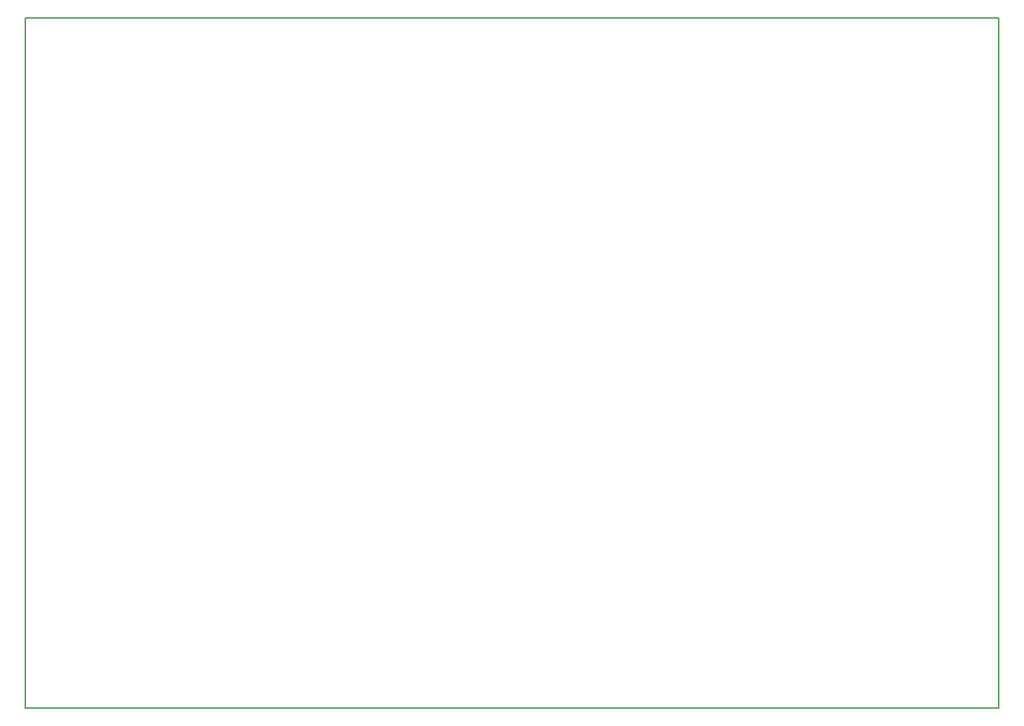
<source format=gm1>
G04 MADE WITH FRITZING*
G04 WWW.FRITZING.ORG*
G04 DOUBLE SIDED*
G04 HOLES PLATED*
G04 CONTOUR ON CENTER OF CONTOUR VECTOR*
%ASAXBY*%
%FSLAX23Y23*%
%MOIN*%
%OFA0B0*%
%SFA1.0B1.0*%
%ADD10R,4.881900X3.464570*%
%ADD11C,0.008000*%
%ADD10C,0.008*%
%LNCONTOUR*%
G90*
G70*
G54D10*
G54D11*
X4Y3461D02*
X4878Y3461D01*
X4878Y4D01*
X4Y4D01*
X4Y3461D01*
D02*
G04 End of contour*
M02*
</source>
